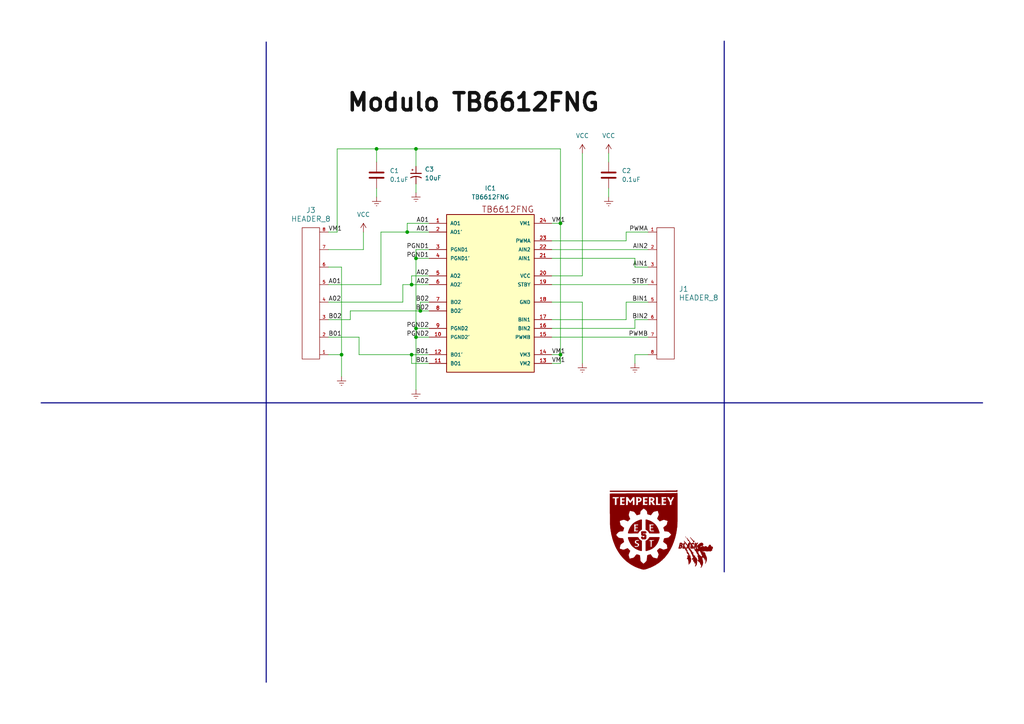
<source format=kicad_sch>
(kicad_sch (version 20230121) (generator eeschema)
  (paper "A4")
  (title_block (title "Black Sonic Puente H"))
  (lib_symbols
    (symbol "Device:C" (pin_numbers hide) (pin_names (offset 0.254))
      (property "Reference" "C" (at 0.635 2.54 0))
      (property "Value" "C" (at 0.635 -2.54 0))
      (symbol "C_1_1"
        (pin passive line (at 0 3.81 270) (length 2.794) (name "~") (number "1"))
        (pin passive line (at 0 -3.81 90) (length 2.794) (name "~") (number "2"))
      )
    )
    (symbol "Device:C_Polarized_Small_US" (pin_numbers hide) (pin_names (offset 0.254) hide)
      (property "Reference" "C" (at 0.254 1.778 0))
      (property "Value" "C_Polarized_Small_US" (at 0.254 -2.032 0))
      (symbol "C_Polarized_Small_US_1_1"
        (pin passive line (at 0 2.54 270) (length 2.032) (name "~") (number "1"))
        (pin passive line (at 0 -2.54 90) (length 2.032) (name "~") (number "2"))
      )
    )
    (symbol "EESTN5:HEADER_8" (pin_names (offset 0))
      (property "Reference" "J" (at 2.54 17.78 0))
      (property "Value" "HEADER_8" (at 1.27 -24.13 0))
      (symbol "HEADER_8_1_1"
        (pin passive line (at -2.54 15.24 0) (length 2.54) (name "~") (number "1"))
        (pin passive line (at -2.54 10.16 0) (length 2.54) (name "~") (number "2"))
        (pin passive line (at -2.54 5.08 0) (length 2.54) (name "~") (number "3"))
        (pin passive line (at -2.54 0 0) (length 2.54) (name "~") (number "4"))
        (pin input line (at -2.54 -5.08 0) (length 2.54) (name "~") (number "5"))
        (pin input line (at -2.54 -10.16 0) (length 2.54) (name "~") (number "6"))
        (pin input line (at -2.54 -15.24 0) (length 2.54) (name "~") (number "7"))
        (pin input line (at -2.54 -20.32 0) (length 2.54) (name "~") (number "8"))
      )
    )
    (symbol "EESTN5:LOGO_EESTN5_2" (pin_names (offset 1.016)))
    (symbol "flash:LOGO" (pin_names (offset 1.016)))
    (symbol "flash:TB6612FNG" (pin_names (offset 1.016))
      (property "Reference" "IC" (at -2.54 -25.4 0))
      (property "Value" "TB6612FNG" (at 0 0 0))
      (symbol "TB6612FNG_0_0"
        (text "TB6612FNG" (at 12.7 25.4 0) (effects (font (size 1.778 1.778)) (justify right top)))
        (pin output line (at -17.78 20.32 0) (length 5.08) (name "AO1") (number "1"))
        (pin power_in line (at -17.78 -12.7 0) (length 5.08) (name "PGND2'") (number "10"))
        (pin output line (at -17.78 -20.32 0) (length 5.08) (name "BO1") (number "11"))
        (pin output line (at -17.78 -17.78 0) (length 5.08) (name "BO1'") (number "12"))
        (pin power_in line (at 17.78 -20.32 180) (length 5.08) (name "VM2") (number "13"))
        (pin power_in line (at 17.78 -17.78 180) (length 5.08) (name "VM3") (number "14"))
        (pin input line (at 17.78 -12.7 180) (length 5.08) (name "PWMB") (number "15"))
        (pin input line (at 17.78 -10.16 180) (length 5.08) (name "BIN2") (number "16"))
        (pin input line (at 17.78 -7.62 180) (length 5.08) (name "BIN1") (number "17"))
        (pin power_in line (at 17.78 -2.54 180) (length 5.08) (name "GND") (number "18"))
        (pin input line (at 17.78 2.54 180) (length 5.08) (name "STBY") (number "19"))
        (pin output line (at -17.78 17.78 0) (length 5.08) (name "AO1'") (number "2"))
        (pin power_in line (at 17.78 5.08 180) (length 5.08) (name "VCC") (number "20"))
        (pin input line (at 17.78 10.16 180) (length 5.08) (name "AIN1") (number "21"))
        (pin input line (at 17.78 12.7 180) (length 5.08) (name "AIN2") (number "22"))
        (pin input line (at 17.78 15.24 180) (length 5.08) (name "PWMA") (number "23"))
        (pin power_in line (at 17.78 20.32 180) (length 5.08) (name "VM1") (number "24"))
        (pin power_in line (at -17.78 12.7 0) (length 5.08) (name "PGND1") (number "3"))
        (pin power_in line (at -17.78 10.16 0) (length 5.08) (name "PGND1'") (number "4"))
        (pin output line (at -17.78 5.08 0) (length 5.08) (name "AO2") (number "5"))
        (pin output line (at -17.78 2.54 0) (length 5.08) (name "AO2'") (number "6"))
        (pin output line (at -17.78 -2.54 0) (length 5.08) (name "BO2") (number "7"))
        (pin output line (at -17.78 -5.08 0) (length 5.08) (name "BO2'") (number "8"))
        (pin power_in line (at -17.78 -10.16 0) (length 5.08) (name "PGND2") (number "9"))
      )
    )
    (symbol "power:Earth" (power) (pin_names (offset 0))
      (symbol "Earth_1_1"
        (pin power_in line (at 0 0 270) (length 0) hide (name "Earth") (number "1"))
      )
    )
    (symbol "power:VCC" (power) (pin_names (offset 0))
      (property "Value" "VCC" (at 0 3.81 0))
      (symbol "VCC_1_1"
        (pin power_in line (at 0 0 90) (length 0) hide (name "VCC") (number "1"))
      )
    )
  )
  (junction (at 120.65 43.18))
  (junction (at 99.06 102.87))
  (junction (at 121.92 90.17))
  (junction (at 119.38 82.55))
  (junction (at 118.11 67.31))
  (junction (at 162.56 102.87))
  (junction (at 119.38 102.87))
  (junction (at 120.65 97.79))
  (junction (at 120.65 74.93))
  (junction (at 120.65 95.25))
  (junction (at 162.56 64.77))
  (junction (at 109.22 43.18))
  (wire (pts (xy 124.46 80.01) (xy 119.38 80.01)))
  (wire (pts (xy 120.65 97.79) (xy 120.65 113.03)))
  (wire (pts (xy 162.56 102.87) (xy 160.02 102.87)))
  (wire (pts (xy 124.46 64.77) (xy 118.11 64.77)))
  (wire (pts (xy 120.65 97.79) (xy 124.46 97.79)))
  (wire (pts (xy 176.53 54.61) (xy 176.53 57.15)))
  (wire (pts (xy 119.38 102.87) (xy 124.46 102.87)))
  (wire (pts (xy 120.65 72.39) (xy 120.65 74.93)))
  (wire (pts (xy 181.61 92.71) (xy 181.61 87.63)))
  (wire (pts (xy 184.15 77.47) (xy 187.96 77.47)))
  (wire (pts (xy 120.65 53.34) (xy 120.65 55.88)))
  (wire (pts (xy 121.92 90.17) (xy 124.46 90.17)))
  (wire (pts (xy 110.49 67.31) (xy 110.49 82.55)))
  (wire (pts (xy 162.56 64.77) (xy 162.56 102.87)))
  (wire (pts (xy 121.92 87.63) (xy 121.92 90.17)))
  (wire (pts (xy 95.25 72.39) (xy 105.41 72.39)))
  (wire (pts (xy 120.65 74.93) (xy 120.65 95.25)))
  (wire (pts (xy 119.38 102.87) (xy 104.14 102.87)))
  (wire (pts (xy 187.96 102.87) (xy 184.15 102.87)))
  (wire (pts (xy 95.25 77.47) (xy 99.06 77.47)))
  (wire (pts (xy 124.46 105.41) (xy 119.38 105.41)))
  (bus (pts (xy 210.058 11.938) (xy 210.058 165.862)))
  (wire (pts (xy 119.38 80.01) (xy 119.38 82.55)))
  (wire (pts (xy 160.02 80.01) (xy 168.91 80.01)))
  (wire (pts (xy 184.15 95.25) (xy 184.15 92.71)))
  (wire (pts (xy 99.06 102.87) (xy 99.06 109.22)))
  (wire (pts (xy 160.02 74.93) (xy 184.15 74.93)))
  (wire (pts (xy 120.65 43.18) (xy 120.65 48.26)))
  (wire (pts (xy 109.22 43.18) (xy 109.22 46.99)))
  (wire (pts (xy 109.22 54.61) (xy 109.22 57.15)))
  (wire (pts (xy 104.14 97.79) (xy 95.25 97.79)))
  (wire (pts (xy 160.02 72.39) (xy 187.96 72.39)))
  (wire (pts (xy 181.61 87.63) (xy 187.96 87.63)))
  (wire (pts (xy 124.46 87.63) (xy 121.92 87.63)))
  (wire (pts (xy 162.56 43.18) (xy 162.56 64.77)))
  (wire (pts (xy 110.49 82.55) (xy 95.25 82.55)))
  (wire (pts (xy 120.65 95.25) (xy 124.46 95.25)))
  (wire (pts (xy 101.6 90.17) (xy 121.92 90.17)))
  (bus (pts (xy 11.938 116.84) (xy 284.988 116.84)))
  (wire (pts (xy 160.02 95.25) (xy 184.15 95.25)))
  (wire (pts (xy 160.02 64.77) (xy 162.56 64.77)))
  (wire (pts (xy 116.84 82.55) (xy 116.84 87.63)))
  (wire (pts (xy 184.15 92.71) (xy 187.96 92.71)))
  (wire (pts (xy 160.02 87.63) (xy 168.91 87.63)))
  (wire (pts (xy 116.84 87.63) (xy 95.25 87.63)))
  (wire (pts (xy 120.65 74.93) (xy 124.46 74.93)))
  (wire (pts (xy 160.02 69.85) (xy 181.61 69.85)))
  (wire (pts (xy 97.79 67.31) (xy 97.79 43.18)))
  (wire (pts (xy 109.22 43.18) (xy 120.65 43.18)))
  (wire (pts (xy 160.02 97.79) (xy 187.96 97.79)))
  (wire (pts (xy 95.25 67.31) (xy 97.79 67.31)))
  (wire (pts (xy 168.91 87.63) (xy 168.91 105.41)))
  (wire (pts (xy 95.25 102.87) (xy 99.06 102.87)))
  (wire (pts (xy 120.65 95.25) (xy 120.65 97.79)))
  (wire (pts (xy 119.38 105.41) (xy 119.38 102.87)))
  (wire (pts (xy 160.02 92.71) (xy 181.61 92.71)))
  (wire (pts (xy 105.41 67.31) (xy 105.41 72.39)))
  (wire (pts (xy 99.06 77.47) (xy 99.06 102.87)))
  (wire (pts (xy 181.61 69.85) (xy 181.61 67.31)))
  (wire (pts (xy 101.6 90.17) (xy 101.6 92.71)))
  (wire (pts (xy 101.6 92.71) (xy 95.25 92.71)))
  (wire (pts (xy 162.56 105.41) (xy 162.56 102.87)))
  (wire (pts (xy 184.15 102.87) (xy 184.15 105.41)))
  (wire (pts (xy 118.11 64.77) (xy 118.11 67.31)))
  (wire (pts (xy 124.46 82.55) (xy 119.38 82.55)))
  (wire (pts (xy 97.79 43.18) (xy 109.22 43.18)))
  (wire (pts (xy 184.15 74.93) (xy 184.15 77.47)))
  (wire (pts (xy 124.46 67.31) (xy 118.11 67.31)))
  (wire (pts (xy 160.02 82.55) (xy 187.96 82.55)))
  (wire (pts (xy 176.53 44.45) (xy 176.53 46.99)))
  (wire (pts (xy 120.65 43.18) (xy 162.56 43.18)))
  (wire (pts (xy 118.11 67.31) (xy 110.49 67.31)))
  (wire (pts (xy 160.02 105.41) (xy 162.56 105.41)))
  (wire (pts (xy 181.61 67.31) (xy 187.96 67.31)))
  (wire (pts (xy 119.38 82.55) (xy 116.84 82.55)))
  (bus (pts (xy 77.216 12.192) (xy 77.216 197.866)))
  (wire (pts (xy 168.91 80.01) (xy 168.91 44.45)))
  (wire (pts (xy 104.14 102.87) (xy 104.14 97.79)))
  (wire (pts (xy 124.46 72.39) (xy 120.65 72.39)))
  (label "PGND2" (at 124.46 95.25 180))
  (label "B02" (at 124.46 87.63 180))
  (label "BIN2" (at 187.96 92.71 180))
  (label "PGND2" (at 124.46 97.79 180))
  (label "A02" (at 95.25 87.63 0))
  (label "AIN1" (at 187.96 77.47 180))
  (label "VM1" (at 160.02 105.41 0))
  (label "VM1" (at 160.02 102.87 0))
  (label "B01" (at 124.46 105.41 180))
  (label "VM1" (at 160.02 64.77 0))
  (label "A01" (at 95.25 82.55 0))
  (label "A01" (at 124.46 64.77 180))
  (label "PGND1" (at 124.46 74.93 180))
  (label "B02" (at 124.46 90.17 180))
  (label "A02" (at 124.46 82.55 180))
  (label "BIN1" (at 187.96 87.63 180))
  (label "AIN2" (at 187.96 72.39 180))
  (label "B01" (at 124.46 102.87 180))
  (label "PWMB" (at 187.96 97.79 180))
  (label "VM1" (at 95.25 67.31 0))
  (label "A02" (at 124.46 80.01 180))
  (label "PWMA" (at 187.96 67.31 180))
  (label "STBY" (at 187.96 82.55 180))
  (label "PGND1" (at 124.46 72.39 180))
  (label "A01" (at 124.46 67.31 180))
  (label "B02" (at 95.25 92.71 0))
  (label "B01" (at 95.25 97.79 0))
  (label "Modulo TB6612FNG" (at 100.33 34.29 0) (effects (font (size 5 5) (thickness 1) bold)))
  (symbol (lib_id "power:Earth") (at 168.91 105.41 0) (unit 1)
    (property "Reference" "#PWR010" (effects hide))
    (property "Value" "Earth" (effects hide))
  )
  (symbol (lib_id "power:Earth") (at 99.06 109.22 0) (unit 1)
    (property "Reference" "#PWR02" (effects hide))
    (property "Value" "Earth" (effects hide))
  )
  (symbol (lib_id "power:Earth") (at 109.22 57.15 0) (unit 1)
    (property "Reference" "#PWR04" (effects hide))
    (property "Value" "Earth" (effects hide))
  )
  (symbol (lib_id "Device:C_Polarized_Small_US") (at 120.65 50.8 0) (unit 1)
    (property "Reference" "C3" (at 123.19 49.0982 0) (effects (justify left)))
    (property "Value" "10uF" (at 123.19 51.6382 0) (effects (justify left)))
    (property "Footprint" "Capacitor_Tantalum_SMD:CP_EIA-2012-12_Kemet-R_Pad1.30x1.05mm_HandSolder" (effects hide))
  )
  (symbol (lib_id "power:VCC") (at 105.41 67.31 0) (unit 1)
    (property "Reference" "#PWR03" (effects hide))
    (property "Value" "VCC" (at 105.41 62.23 0))
  )
  (symbol (lib_id "flash:LOGO") (at 201.93 160.02 0) (unit 1)
    (property "Reference" "#G1" (effects hide))
    (property "Value" "LOGO" (effects hide))
    (property "Footprint" "EESTN5:Logo black" (effects hide))
  )
  (symbol (lib_id "power:VCC") (at 176.53 44.45 0) (unit 1)
    (property "Reference" "#PWR06" (effects hide))
    (property "Value" "VCC" (at 176.53 39.37 0))
  )
  (symbol (lib_id "power:VCC") (at 168.91 44.45 0) (unit 1)
    (property "Reference" "#PWR09" (effects hide))
    (property "Value" "VCC" (at 168.91 39.37 0))
  )
  (symbol (lib_id "EESTN5:HEADER_8") (at 190.5 82.55 0) (unit 1)
    (property "Reference" "J1" (at 196.85 83.82 0) (effects (font (size 1.524 1.524)) (justify left)))
    (property "Value" "HEADER_8" (at 196.85 86.36 0) (effects (font (size 1.524 1.524)) (justify left)))
    (property "Footprint" "Connector_PinSocket_2.00mm:PinSocket_1x08_P2.00mm_Vertical" (effects hide))
  )
  (symbol (lib_id "flash:TB6612FNG") (at 142.24 85.09 0) (unit 1)
    (property "Reference" "IC1" (at 142.24 54.61 0))
    (property "Value" "TB6612FNG" (at 142.24 57.15 0))
    (property "Footprint" "SSOP24" (effects hide))
  )
  (symbol (lib_id "power:Earth") (at 176.53 57.15 0) (unit 1)
    (property "Reference" "#PWR07" (effects hide))
    (property "Value" "Earth" (effects hide))
  )
  (symbol (lib_id "power:Earth") (at 120.65 55.88 0) (unit 1)
    (property "Reference" "#PWR05" (effects hide))
    (property "Value" "Earth" (effects hide))
  )
  (symbol (lib_id "power:Earth") (at 184.15 105.41 0) (unit 1)
    (property "Reference" "#PWR08" (effects hide))
    (property "Value" "Earth" (effects hide))
  )
  (symbol (lib_id "EESTN5:LOGO_EESTN5_2") (at 186.69 153.67 0) (unit 1)
    (property "Reference" "#G2" (effects hide))
    (property "Value" "LOGO_EESTN5_2" (effects hide))
  )
  (symbol (lib_id "Device:C") (at 109.22 50.8 0) (unit 1)
    (property "Reference" "C1" (at 113.03 49.53 0) (effects (justify left)))
    (property "Value" "0.1uF" (at 113.03 52.07 0) (effects (justify left)))
    (property "Footprint" "Capacitor_SMD:C_0504_1310Metric_Pad0.83x1.28mm_HandSolder" (effects hide))
  )
  (symbol (lib_id "Device:C") (at 176.53 50.8 0) (unit 1)
    (property "Reference" "C2" (at 180.34 49.53 0) (effects (justify left)))
    (property "Value" "0.1uF" (at 180.34 52.07 0) (effects (justify left)))
    (property "Footprint" "Capacitor_SMD:C_0504_1310Metric_Pad0.83x1.28mm_HandSolder" (effects hide))
  )
  (symbol (lib_id "power:Earth") (at 120.65 113.03 0) (unit 1)
    (property "Reference" "#PWR01" (effects hide))
    (property "Value" "Earth" (effects hide))
  )
  (symbol (lib_id "EESTN5:HEADER_8") (at 92.71 87.63 180) (unit 1)
    (property "Reference" "J3" (at 90.17 60.96 0) (effects (font (size 1.524 1.524))))
    (property "Value" "HEADER_8" (at 90.17 63.5 0) (effects (font (size 1.524 1.524))))
    (property "Footprint" "Connector_PinSocket_2.00mm:PinSocket_1x08_P2.00mm_Vertical" (effects hide))
  )
)
</source>
